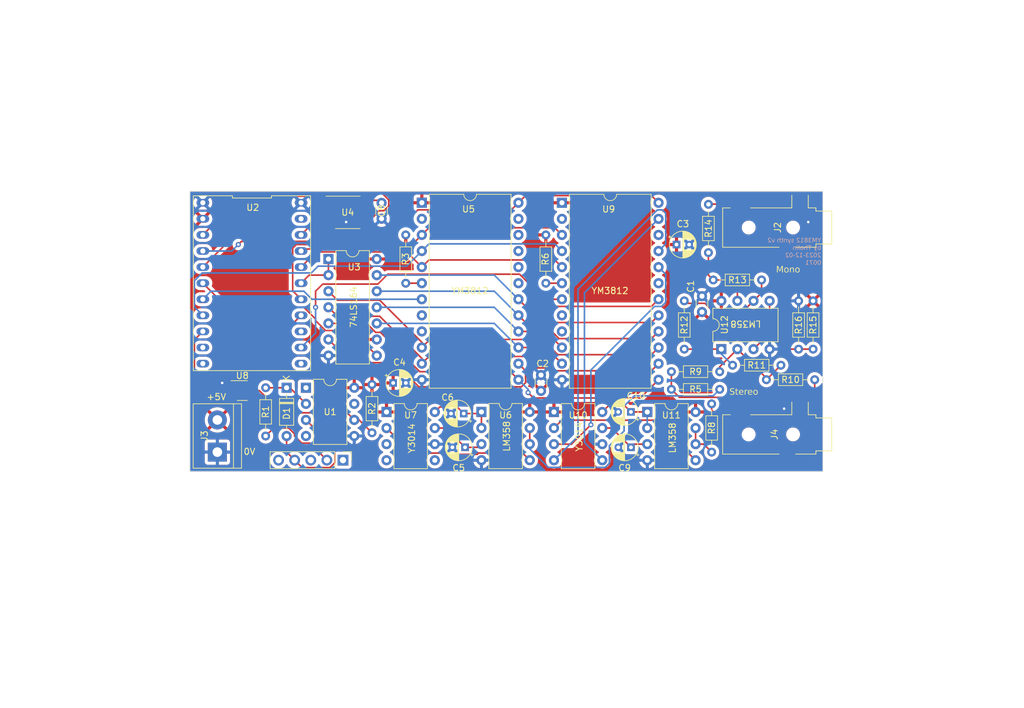
<source format=kicad_pcb>
(kicad_pcb (version 20221018) (generator pcbnew)
  (layers (0 "F.Cu" signal) (1 "In1.Cu" signal) (2 "In2.Cu" signal) (31 "B.Cu" signal) (34 "B.Paste" user) (35 "F.Paste" user) (36 "B.SilkS" user "B.Silkscreen") (37 "F.SilkS" user "F.Silkscreen") (38 "B.Mask" user) (39 "F.Mask" user) (44 "Edge.Cuts" user))
  (net 0 "")
  (net 1 "+5V")
  (net 2 "GND")
  (net 3 "Net-(U6A-+)")
  (net 4 "Net-(U6A--)")
  (net 5 "Net-(U6B--)")
  (net 6 "+3.3V")
  (net 7 "Net-(U10-RB)")
  (net 8 "Net-(U10-MP)")
  (net 9 "Net-(U11B--)")
  (net 10 "Net-(D1-K)")
  (net 11 "Net-(D1-A)")
  (net 13 "Net-(J1-Pad2)")
  (net 16 "Net-(J2-PadR)")
  (net 17 "S2")
  (net 18 "S1")
  (net 19 "Net-(U1-VO2)")
  (net 20 "Net-(U5-~{RD})")
  (net 21 "Net-(U9-~{RD})")
  (net 22 "Net-(U12A--)")
  (net 23 "Net-(R11-Pad1)")
  (net 24 "Net-(U12B--)")
  (net 25 "Net-(R13-Pad1)")
  (net 26 "Net-(U12A-+)")
  (net 30 "SCLK")
  (net 31 "SO")
  (net 32 "SI")
  (net 33 "Net-(U2-D2)")
  (net 34 "~{CS1}")
  (net 35 "A0")
  (net 36 "Net-(U2-D5)")
  (net 40 "~{CS2}")
  (net 42 "4MHz")
  (net 43 "Net-(U2-C0)")
  (net 44 "~{WR}")
  (net 45 "~{IC}")
  (net 46 "~{CS}")
  (net 48 "Q0")
  (net 49 "Q1")
  (net 50 "Q2")
  (net 51 "Q3")
  (net 52 "Q4")
  (net 53 "Q5")
  (net 54 "Q6")
  (net 55 "Q7")
  (net 60 "Net-(U5-SH)")
  (net 61 "Net-(U5-MO)")
  (net 63 "Net-(U5-φSY)")
  (net 64 "Net-(U6B-+)")
  (net 70 "Net-(U10-LD)")
  (net 71 "Net-(U10-SD)")
  (net 73 "Net-(U10-CLK)")
  (net 74 "Net-(U10-Out)")
  (footprint "Resistor_THT:R_Axial_DIN0204_L3.6mm_D1.6mm_P7.62mm_Horizontal" (layer "F.Cu") (at 197.358 98.552 -90)
    (fp_text reference "R15")
    (fp_text value "10K")
  )
  (footprint "Package_DIP:DIP-24_W15.24mm" (layer "F.Cu") (at 135.636 83.058)
    (fp_text reference "U5")
    (fp_text value "YM3812")
  )
  (footprint "Resistor_THT:R_Axial_DIN0204_L3.6mm_D1.6mm_P7.62mm_Horizontal" (layer "F.Cu") (at 181.61 95.25)
    (fp_text reference "R13")
    (fp_text value "100K")
  )
  (footprint "Resistor_THT:R_Axial_DIN0204_L3.6mm_D1.6mm_P7.62mm_Horizontal" (layer "F.Cu") (at 127.772 119.38 90)
    (fp_text reference "R2")
    (fp_text value "220")
  )
  (footprint "Package_DIP:DIP-8_W7.62mm" (layer "F.Cu") (at 145.039 116.083)
    (fp_text reference "U6")
    (fp_text value "LM358")
  )
  (footprint "Package_DIP:DIP-8_W7.62mm" (layer "F.Cu") (at 130.063 116.093)
    (fp_text reference "U7")
    (fp_text value "Y3014")
  )
  (footprint "Connector_Audio:Jack_3.5mm_CUI_SJ-3523-SMT_Horizontal" (layer "F.Cu") (at 191.698 86.978 -90)
    (fp_text reference "J2")
    (fp_text value "AudioJack3" hide)
  )
  (footprint "Capacitor_THT:C_Disc_D3.0mm_W1.6mm_P2.50mm" (layer "F.Cu") (at 154.437 112.761 90)
    (fp_text reference "C2")
    (fp_text value "100nF")
  )
  (footprint "Resistor_THT:R_Axial_DIN0204_L3.6mm_D1.6mm_P7.62mm_Horizontal" (layer "F.Cu") (at 189.992 110.998)
    (fp_text reference "R10")
    (fp_text value "100K")
  )
  (footprint "Capacitor_THT:CP_Radial_D4.0mm_P2.00mm" (layer "F.Cu") (at 168.629 121.671 180)
    (fp_text reference "C9")
    (fp_text value "10µF")
  )
  (footprint "Capacitor_THT:CP_Radial_D4.0mm_P2.00mm" (layer "F.Cu") (at 142.245 116.337 180)
    (fp_text reference "C6")
    (fp_text value "10µF")
  )
  (footprint "Diode_THT:D_DO-35_SOD27_P7.62mm_Horizontal" (layer "F.Cu") (at 114.3 112.268 -90)
    (fp_text reference "D1")
    (fp_text value "1N4148")
  )
  (footprint "Resistor_THT:R_Axial_DIN0204_L3.6mm_D1.6mm_P7.62mm_Horizontal" (layer "F.Cu") (at 110.998 119.888 90)
    (fp_text reference "R1")
    (fp_text value "220")
  )
  (footprint "Package_SO:SOP-8_3.9x4.9mm_P1.27mm" (layer "F.Cu") (at 123.952 84.582)
    (fp_text reference "U4")
    (fp_text value "MX25L1005")
  )
  (footprint "Capacitor_THT:CP_Radial_D4.0mm_P2.00mm" (layer "F.Cu") (at 175.811401 89.662)
    (fp_text reference "C3")
    (fp_text value "10µF")
  )
  (footprint "Resistor_THT:R_Axial_DIN0204_L3.6mm_D1.6mm_P7.62mm_Horizontal" (layer "F.Cu") (at 180.848 83.312 -90)
    (fp_text reference "R14")
    (fp_text value "1K")
  )
  (footprint "Package_TO_SOT_SMD:SOT-23-5" (layer "F.Cu") (at 107.3205 112.71)
    (fp_text reference "U8")
    (fp_text value "SN74LV1T34DCK" hide)
  )
  (footprint "Resistor_THT:R_Axial_DIN0204_L3.6mm_D1.6mm_P7.62mm_Horizontal" (layer "F.Cu") (at 133.101 95.763 90)
    (fp_text reference "R3")
    (fp_text value "220")
  )
  (footprint "Package_DIP:DIP-24_W15.24mm" (layer "F.Cu") (at 157.739 83.063)
    (fp_text reference "U9")
    (fp_text value "YM3812")
  )
  (footprint "Resistor_THT:R_Axial_DIN0204_L3.6mm_D1.6mm_P7.62mm_Horizontal" (layer "F.Cu") (at 155.199 95.763 90)
    (fp_text reference "R6")
    (fp_text value "220")
  )
  (footprint "Resistor_THT:R_Axial_DIN0204_L3.6mm_D1.6mm_P7.62mm_Horizontal" (layer "F.Cu") (at 175.006 112.522)
    (fp_text reference "R5")
    (fp_text value "1K")
  )
  (footprint "Resistor_THT:R_Axial_DIN0204_L3.6mm_D1.6mm_P7.62mm_Horizontal" (layer "F.Cu") (at 181.356 114.808 -90)
    (fp_text reference "R8")
    (fp_text value "1K")
  )
  (footprint "TholinsStuff:DIP-22_610_ELL" (layer "F.Cu") (at 108.836 95.758 -90)
    (fp_text reference "U2")
    (fp_text value "nanoCH32V003")
  )
  (footprint "Capacitor_THT:CP_Radial_D4.0mm_P2.00mm" (layer "F.Cu") (at 142.4556 121.671 180)
    (fp_text reference "C5")
    (fp_text value "10µF")
  )
  (footprint "Capacitor_THT:C_Disc_D3.0mm_W1.6mm_P2.50mm" (layer "F.Cu") (at 129.286 83.078 -90)
    (fp_text reference "C8")
    (fp_text value "100nF" hide)
  )
  (footprint "Resistor_THT:R_Axial_DIN0204_L3.6mm_D1.6mm_P7.62mm_Horizontal" (layer "F.Cu") (at 195.072 106.172 90)
    (fp_text reference "R16")
    (fp_text value "10K")
  )
  (footprint "Package_DIP:DIP-8_W7.62mm" (layer "F.Cu") (at 117.358 112.268)
    (fp_text reference "U1")
    (fp_text value "6N139")
  )
  (footprint "Connector_Audio:Jack_3.5mm_CUI_SJ-3523-SMT_Horizontal" (layer "F.Cu") (at 191.698 119.634 -90)
    (fp_text reference "J4")
    (fp_text value "AudioJack3" hide)
  )
  (footprint "Connector_PinHeader_2.54mm:PinHeader_1x05_P2.54mm_Vertical" (layer "F.Cu") (at 123.195 123.698 -90)
    (fp_text reference "J1" hide)
    (fp_text value "DIN-5" hide)
  )
  (footprint "Capacitor_THT:CP_Radial_D4.0mm_P2.00mm" (layer "F.Cu") (at 131.112401 111.511)
    (fp_text reference "C4")
    (fp_text value "10µF")
  )
  (footprint "Resistor_THT:R_Axial_DIN0204_L3.6mm_D1.6mm_P7.62mm_Horizontal" (layer "F.Cu") (at 182.626 109.728 180)
    (fp_text reference "R9")
    (fp_text value "100K")
  )
  (footprint "Resistor_THT:R_Axial_DIN0204_L3.6mm_D1.6mm_P7.62mm_Horizontal" (layer "F.Cu") (at 184.658 108.712)
    (fp_text reference "R11")
    (fp_text value "100K")
  )
  (footprint "Package_DIP:DIP-8_W7.62mm" (layer "F.Cu") (at 156.479 116.093)
    (fp_text reference "U10")
    (fp_text value "Y3014")
  )
  (footprint "Package_DIP:DIP-8_W7.62mm" (layer "F.Cu") (at 182.88 106.172 90)
    (fp_text reference "U12")
    (fp_text value "LM358")
  )
  (footprint "TerminalBlock:TerminalBlock_bornier-2_P5.08mm" (layer "F.Cu") (at 103.378 122.428 90)
    (fp_text reference "J3")
    (fp_text value "Screw_Terminal_01x02" hide)
  )
  (footprint "Resistor_THT:R_Axial_DIN0204_L3.6mm_D1.6mm_P7.62mm_Horizontal" (layer "F.Cu") (at 177.038 98.552 -90)
    (fp_text reference "R12")
    (fp_text value "100K")
  )
  (footprint "Package_DIP:DIP-14_W7.62mm" (layer "F.Cu") (at 120.904 91.948)
    (fp_text reference "U3")
    (fp_text value "74HCT164")
  )
  (footprint "Capacitor_THT:C_Disc_D3.0mm_W1.6mm_P2.50mm" (layer "F.Cu") (at 179.832 100.31 90)
    (fp_text reference "C1")
    (fp_text value "100nF")
  )
  (footprint "Capacitor_THT:CP_Radial_D4.0mm_P2.00mm" (layer "F.Cu") (at 168.617599 116.083 180)
    (fp_text reference "C10")
    (fp_text value "10µF")
  )
  (footprint "Package_DIP:DIP-8_W7.62mm" (layer "F.Cu") (at 171.201 116.093)
    (fp_text reference "U11")
    (fp_text value "LM358")
  )
  (gr_rect (start 99.06 81.28) (end 198.882 125.476) (stroke (width 0.1)) (fill none) (layer "Edge.Cuts"))
  (gr_text "YM3812 synth v2\nby Tholin\n2023-12-02\n0071" (at 198.628 92.964) (layer "B.SilkS") (effects (font (size 0.7 0.7)) (justify left bottom mirror)))
  (gr_text "Y3014" (at 134.625 122.687 90) (layer "F.SilkS") (effects (font (size 1 1)) (justify left bottom)))
  (gr_text "YM3812" (at 162.311 97.541) (layer "F.SilkS") (effects (font (size 1 1)) (justify left bottom)))
  (gr_text "LM358" (at 175.763 122.687 90) (layer "F.SilkS") (effects (font (size 1 1)) (justify left bottom)))
  (gr_text "Mono" (at 191.516 94.234) (layer "F.SilkS") (effects (font (size 1 1) (thickness 0.25)) (justify left bottom)))
  (gr_text "YM3812" (at 140.213 97.541) (layer "F.SilkS") (effects (font (size 1 1)) (justify left bottom)))
  (gr_text "LM358" (at 149.611 122.433 90) (layer "F.SilkS") (effects (font (size 1 1)) (justify left bottom)))
  (gr_text "0V" (at 107.442 122.936) (layer "F.SilkS") (effects (font (size 1 1)) (justify left bottom)))
  (gr_text "Y3014" (at 161.041 122.433 90) (layer "F.SilkS") (effects (font (size 1 1)) (justify left bottom)))
  (gr_text "Stereo" (at 184.15 113.538) (layer "F.SilkS") (effects (font (size 1 1) (thickness 0.25)) (justify left bottom)))
  (gr_text "+5V" (at 101.6 114.3) (layer "F.SilkS") (effects (font (size 1 1)) (justify left bottom)))
  (gr_text "LM358" (at 189.23 101.6 180) (layer "F.SilkS") (effects (font (size 1 1)) (justify left bottom)))
  (gr_text "74LS164" (at 125.466 102.875 90) (layer "F.SilkS") (effects (font (size 1 1)) (justify left bottom)))
  (segment (start 195.298 83.278) (end 195.298 84.808) (width 0.25) (layer "F.Cu") (net 2))
  (segment (start 195.298 115.934) (end 193.15 115.934) (width 0.25) (layer "F.Cu") (net 2))
  (segment (start 121.327 86.487) (end 123.317 86.487) (width 0.25) (layer "F.Cu") (net 2))
  (segment (start 106.183 113.66) (end 105.520501 113.66) (width 0.25) (layer "F.Cu") (net 2))
  (segment (start 195.298 84.808) (end 196.596 86.106) (width 0.25) (layer "F.Cu") (net 2))
  (segment (start 123.317 86.487) (end 123.698 86.106) (width 0.25) (layer "F.Cu") (net 2))
  (segment (start 193.15 115.934) (end 192.786 115.57) (width 0.25) (layer "F.Cu") (net 2))
  (segment (start 104.14 112.279499) (end 104.14 111.506) (width 0.25) (layer "F.Cu") (net 2))
  (segment (start 105.520501 113.66) (end 104.14 112.279499) (width 0.25) (layer "F.Cu") (net 2))
  (via (at 104.14 111.506) (size 0.8) (drill 0.4) (layers "F.Cu" "B.Cu") (net 2))
  (via (at 123.698 86.106) (size 0.8) (drill 0.4) (layers "F.Cu" "B.Cu") (net 2))
  (via (at 192.786 115.57) (size 0.8) (drill 0.4) (layers "F.Cu" "B.Cu") (net 2))
  (via (at 196.596 86.106) (size 0.8) (drill 0.4) (layers "F.Cu" "B.Cu") (net 2))
  (segment (start 142.4556 121.671) (end 144.531 121.671) (width 0.25) (layer "F.Cu") (net 3))
  (segment (start 144.531 121.671) (end 145.039 121.163) (width 0.25) (layer "F.Cu") (net 3))
  (segment (start 139.4176 118.633) (end 142.4556 121.671) (width 0.25) (layer "F.Cu") (net 3))
  (segment (start 137.683 118.633) (end 139.4176 118.633) (width 0.25) (layer "F.Cu") (net 3))
  (segment (start 141.201001 115.293001) (end 142.245 116.337) (width 0.25) (layer "F.Cu") (net 4))
  (segment (start 137.683 116.093) (end 138.482999 115.293001) (width 0.25) (layer "F.Cu") (net 4))
  (segment (start 138.482999 115.293001) (end 141.201001 115.293001) (width 0.25) (layer "F.Cu") (net 4))
  (segment (start 142.245 116.337) (end 144.785 116.337) (width 0.25) (layer "F.Cu") (net 4))
  (segment (start 144.785 116.337) (end 145.039 116.083) (width 0.25) (layer "F.Cu") (net 4))
  (segment (start 145.039 116.083) (end 145.039 118.623) (width 0.25) (layer "F.Cu") (net 4))
  (segment (start 152.659 118.623) (end 152.659 121.163) (width 0.25) (layer "F.Cu") (net 5))
  (segment (start 169.154999 113.547) (end 167.542599 115.1594) (width 0.25) (layer "B.Cu") (net 5))
  (segment (start 167.542599 119.093401) (end 165.224 121.412) (width 0.25) (layer "B.Cu") (net 5))
  (segment (start 152.659 121.925) (end 152.659 121.163) (width 0.25) (layer "B.Cu") (net 5))
  (segment (start 167.542599 115.1594) (end 167.542599 119.093401) (width 0.25) (layer "B.Cu") (net 5))
  (segment (start 165.224 124.178991) (end 164.564991 124.838) (width 0.25) (layer "B.Cu") (net 5))
  (segment (start 181.601 113.547) (end 169.154999 113.547) (width 0.25) (layer "B.Cu") (net 5))
  (segment (start 182.626 112.522) (end 181.601 113.547) (width 0.25) (layer "B.Cu") (net 5))
  (segment (start 164.564991 124.838) (end 155.572 124.838) (width 0.25) (layer "B.Cu") (net 5))
  (segment (start 155.572 124.838) (end 152.659 121.925) (width 0.25) (layer "B.Cu") (net 5))
  (segment (start 165.224 121.412) (end 165.224 124.178991) (width 0.25) (layer "B.Cu") (net 5))
  (segment (start 126.577 82.677) (end 126.577 83.947) (width 0.25) (layer "F.Cu") (net 6))
  (segment (start 123.421999 83.947) (end 126.577 83.947) (width 0.25) (layer "F.Cu") (net 6))
  (segment (start 108.458 108.966) (end 116.586 100.838) (width 0.25) (layer "F.Cu") (net 6))
  (segment (start 121.327 85.217) (end 122.151999 85.217) (width 0.25) (layer "F.Cu") (net 6))
  (segment (start 126.577 82.677) (end 128.885 82.677) (width 0.25) (layer "F.Cu") (net 6))
  (segment (start 128.885 82.677) (end 129.286 83.078) (width 0.25) (layer "F.Cu") (net 6))
  (segment (start 122.151999 85.217) (end 123.421999 83.947) (width 0.25) (layer "F.Cu") (net 6))
  (segment (start 108.458 111.76) (end 108.458 108.966) (width 0.25) (layer "F.Cu") (net 6))
  (segment (start 169.127 121.173) (end 168.629 121.671) (width 0.25) (layer "F.Cu") (net 7))
  (segment (start 165.591 118.633) (end 168.629 121.671) (width 0.25) (layer "F.Cu") (net 7))
  (segment (start 164.099 118.633) (end 165.591 118.633) (width 0.25) (layer "F.Cu") (net 7))
  (segment (start 171.201 121.173) (end 169.127 121.173) (width 0.25) (layer "F.Cu") (net 7))
  (segment (start 168.617599 116.083) (end 171.191 116.083) (width 0.25) (layer "F.Cu") (net 8))
  (segment (start 167.692599 115.158) (end 168.617599 116.083) (width 0.25) (layer "F.Cu") (net 8))
  (segment (start 164.099 116.093) (end 165.034 115.158) (width 0.25) (layer "F.Cu") (net 8))
  (segment (start 165.034 115.158) (end 167.692599 115.158) (width 0.25) (layer "F.Cu") (net 8))
  (segment (start 171.191 116.083) (end 171.201 116.093) (width 0.25) (layer "F.Cu") (net 8))
  (segment (start 171.201 116.093) (end 171.201 118.633) (width 0.25) (layer "B.Cu") (net 8))
  (segment (start 178.821 118.633) (end 178.821 121.173) (width 0.25) (layer "F.Cu") (net 9))
  (segment (start 180.101 121.173) (end 181.356 122.428) (width 0.25) (layer "F.Cu") (net 9))
  (segment (start 178.821 121.173) (end 180.101 121.173) (width 0.25) (layer "F.Cu") (net 9))
  (segment (start 110.998 112.268) (end 114.3 112.268) (width 0.25) (layer "F.Cu") (net 10))
  (segment (start 114.3 112.268) (end 114.818 112.268) (width 0.25) (layer "F.Cu") (net 10))
  (segment (start 114.818 112.268) (end 117.358 114.808) (width 0.25) (layer "F.Cu") (net 10))
  (segment (start 121.141701 124.873) (end 121.92 124.094701) (width 0.25) (layer "F.Cu") (net 11))
  (segment (start 121.92 121.91) (end 117.358 117.348) (width 0.25) (layer "F.Cu") (net 11))
  (segment (start 114.3 122.423) (end 115.575 123.698) (width 0.25) (layer "F.Cu") (net 11))
  (segment (start 116.75 124.873) (end 121.141701 124.873) (width 0.25) (layer "F.Cu") (net 11))
  (segment (start 115.575 123.698) (end 116.75 124.873) (width 0.25) (layer "F.Cu") (net 11))
  (segment (start 121.92 124.094701) (end 121.92 121.91) (width 0.25) (layer "F.Cu") (net 11))
  (segment (start 114.3 119.888) (end 114.3 122.423) (width 0.25) (layer "F.Cu") (net 11))
  (segment (start 117.97 121.013) (end 116.695 121.013) (width 0.25) (layer "F.Cu") (net 13))
  (segment (start 112.268 118.618) (end 110.998 119.888) (width 0.25) (layer "F.Cu") (net 13))
  (segment (start 115.57 119.888) (end 115.57 119.567009) (width 0.25) (layer "F.Cu") (net 13))
  (segment (start 116.695 121.013) (end 115.57 119.888) (width 0.25) (layer "F.Cu") (net 13))
  (segment (start 115.57 119.567009) (end 114.620991 118.618) (width 0.25) (layer "F.Cu") (net 13))
  (segment (start 114.620991 118.618) (end 112.268 118.618) (width 0.25) (layer "F.Cu") (net 13))
  (segment (start 120.655 123.698) (end 117.97 121.013) (width 0.25) (layer "F.Cu") (net 13))
  (segment (start 180.882 83.278) (end 180.848 83.312) (width 0.25) (layer "F.Cu") (net 16))
  (segment (start 185.898 83.278) (end 180.882 83.278) (width 0.25) (layer "F.Cu") (net 16))
  (segment (start 185.898 83.278) (end 193.298 90.678) (width 0.25) (layer "F.Cu") (net 16))
  (segment (start 188.892051 123.334) (end 193.298 123.334) (width 0.25) (layer "F.Cu") (net 17))
  (segment (start 197.612 119.02) (end 193.298 123.334) (width 0.25) (layer "F.Cu") (net 17))
  (segment (start 181.356 114.808) (end 181.356 115.797949) (width 0.25) (layer "F.Cu") (net 17))
  (segment (start 197.612 110.998) (end 197.612 119.02) (width 0.25) (layer "F.Cu") (net 17))
  (segment (start 181.356 115.797949) (end 188.892051 123.334) (width 0.25) (layer "F.Cu") (net 17))
  (segment (start 175.006 109.728) (end 175.006 112.522) (width 0.25) (layer "F.Cu") (net 18))
  (segment (start 176.267 113.783) (end 175.006 112.522) (width 0.25) (layer "F.Cu") (net 18))
  (segment (start 185.898 115.934) (end 183.747 113.783) (width 0.25) (layer "F.Cu") (net 18))
  (segment (start 183.747 113.783) (end 176.267 113.783) (width 0.25) (layer "F.Cu") (net 18))
  (segment (start 125.74 117.348) (end 124.978 117.348) (width 0.25) (layer "F.Cu") (net 19))
  (segment (start 113.503431 116.223) (end 123.853 116.223) (width 0.25) (layer "F.Cu") (net 19))
  (segment (start 127.772 119.38) (end 125.74 117.348) (width 0.25) (layer "F.Cu") (net 19))
  (segment (start 106.183 112.71) (end 109.990431 112.71) (width 0.25) (layer "F.Cu") (net 19))
  (segment (start 123.853 116.223) (end 124.978 117.348) (width 0.25) (layer "F.Cu") (net 19))
  (segment (start 109.990431 112.71) (end 113.503431 116.223) (width 0.25) (layer "F.Cu") (net 19))
  (segment (start 135.631 95.763) (end 135.636 95.758) (width 0.25) (layer "F.Cu") (net 20))
  (segment (start 133.101 95.763) (end 135.631 95.763) (width 0.25) (layer "F.Cu") (net 20))
  (segment (start 155.199 95.763) (end 157.739 95.763) (width 0.25) (layer "F.Cu") (net 21))
  (segment (start 189.992 110.744) (end 189.992 110.998) (width 0.25) (layer "F.Cu") (net 22))
  (segment (start 189.992 110.998) (end 192.278 108.712) (width 0.25) (layer "F.Cu") (net 22))
  (segment (start 182.626 109.728) (end 182.626 108.966) (width 0.25) (layer "F.Cu") (net 22))
  (segment (start 182.626 108.966) (end 185.42 106.172) (width 0.25) (layer "F.Cu") (net 22))
  (segment (start 185.42 106.172) (end 189.992 110.744) (width 0.25) (layer "F.Cu") (net 22))
  (segment (start 177.038 106.172) (end 182.88 106.172) (width 0.25) (layer "F.Cu") (net 23))
  (segment (start 182.88 106.934) (end 184.658 108.712) (width 0.25) (layer "B.Cu") (net 23))
  (segment (start 182.88 106.172) (end 182.88 106.934) (width 0.25) (layer "B.Cu") (net 23))
  (segment (start 189.23 95.25) (end 189.23 97.282) (width 0.25) (layer "F.Cu") (net 24))
  (segment (start 182.200991 100.838) (end 185.674 100.838) (width 0.25) (layer "F.Cu") (net 24))
  (segment (start 185.674 100.838) (end 187.96 98.552) (width 0.25) (layer "F.Cu") (net 24))
  (segment (start 189.23 97.282) (end 187.96 98.552) (width 0.25) (layer "F.Cu") (net 24))
  (segment (start 180.297991 98.935) (end 182.200991 100.838) (width 0.25) (layer "F.Cu") (net 24))
  (segment (start 177.421 98.935) (end 180.297991 98.935) (width 0.25) (layer "F.Cu") (net 24))
  (segment (start 177.038 98.552) (end 177.421 98.935) (width 0.25) (layer "F.Cu") (net 24))
  (segment (start 180.848 90.932) (end 180.848 94.488) (width 0.25) (layer "F.Cu") (net 25))
  (segment (start 183.642 95.25) (end 185.42 97.028) (width 0.25) (layer "F.Cu") (net 25))
  (segment (start 180.848 94.488) (end 181.61 95.25) (width 0.25) (layer "F.Cu") (net 25))
  (segment (start 185.42 97.028) (end 185.42 98.552) (width 0.25) (layer "F.Cu") (net 25))
  (segment (start 181.61 95.25) (end 183.642 95.25) (width 0.25) (layer "F.Cu") (net 25))
  (segment (start 190.5 98.552) (end 190.5 103.632) (width 0.25) (layer "F.Cu") (net 26))
  (segment (start 193.04 106.172) (end 190.5 103.632) (width 0.25) (layer "F.Cu") (net 26))
  (segment (start 190.5 103.632) (end 187.96 106.172) (width 0.25) (layer "F.Cu") (net 26))
  (segment (start 197.358 106.172) (end 195.072 106.172) (width 0.25) (layer "F.Cu") (net 26))
  (segment (start 195.072 106.172) (end 193.04 106.172) (width 0.25) (layer "F.Cu") (net 26))
  (segment (start 126.577 85.217) (end 128.056009 85.217) (width 0.25) (layer "F.Cu") (net 30))
  (segment (start 128.945009 84.328) (end 129.626991 84.328) (width 0.25) (layer "F.Cu") (net 30))
  (segment (start 107.69 81.534) (end 101.086 88.138) (width 0.25) (layer "F.Cu") (net 30))
  (segment (start 129.332991 81.534) (end 107.69 81.534) (width 0.25) (layer "F.Cu") (net 30))
  (segment (start 130.411 82.612009) (end 129.332991 81.534) (width 0.25) (layer "F.Cu") (net 30))
  (segment (start 129.626991 84.328) (end 130.411 83.543991) (width 0.25) (layer "F.Cu") (net 30))
  (segment (start 130.411 83.543991) (end 130.411 82.612009) (width 0.25) (layer "F.Cu") (net 30))
  (segment (start 128.056009 85.217) (end 128.945009 84.328) (width 0.25) (layer "F.Cu") (net 30))
  (segment (start 107.188 89.154) (end 106.68 89.662) (width 0.25) (layer "F.Cu") (net 31))
  (segment (start 123.91 89.154) (end 107.188 89.154) (width 0.25) (layer "F.Cu") (net 31))
  (segment (start 126.577 86.487) (end 123.91 89.154) (width 0.25) (layer "F.Cu") (net 31))
  (via (at 106.68 89.662) (size 0.8) (drill 0.4) (layers "F.Cu" "B.Cu") (net 31))
  (segment (start 106.68 89.662) (end 105.664 90.678) (width 0.25) (layer "B.Cu") (net 31))
  (segment (start 105.664 90.678) (end 101.086 90.678) (width 0.25) (layer "B.Cu") (net 31))
  (segment (start 122.936 83.162999) (end 122.936 82.785092) (width 0.25) (layer "F.Cu") (net 32))
  (segment (start 112.262 82.042) (end 101.086 93.218) (width 0.25) (layer "F.Cu") (net 32))
  (segment (start 122.192908 82.042) (end 112.262 82.042) (width 0.25) (layer "F.Cu") (net 32))
  (segment (start 122.936 82.785092) (end 122.192908 82.042) (width 0.25) (layer "F.Cu") (net 32))
  (segment (start 122.151999 83.947) (end 122.936 83.162999) (width 0.25) (layer "F.Cu") (net 32))
  (segment (start 121.327 83.947) (end 122.151999 83.947) (width 0.25) (layer "F.Cu") (net 32))
  (segment (start 117.024148 99.568) (end 104.896 99.568) (width 0.25) (layer "F.Cu") (net 33))
  (segment (start 118.872 101.415852) (end 117.024148 99.568) (width 0.25) (layer "F.Cu") (net 33))
  (segment (start 124.569 103.233) (end 120.438009 103.233) (width 0.25) (layer "F.Cu") (net 33))
  (segment (start 118.872 101.666991) (end 118.872 101.415852) (width 0.25) (layer "F.Cu") (net 33))
  (segment (start 120.438009 103.233) (end 118.872 101.666991) (width 0.25) (layer "F.Cu") (net 33))
  (segment (start 104.896 99.568) (end 101.086 95.758) (width 0.25) (layer "F.Cu") (net 33))
  (segment (start 128.524 107.188) (end 124.569 103.233) (width 0.25) (layer "F.Cu") (net 33))
  (segment (start 118.294148 98.298) (end 117.024148 97.028) (width 0.25) (layer "B.Cu") (net 34))
  (segment (start 135.636 98.298) (end 118.294148 98.298) (width 0.25) (layer "B.Cu") (net 34))
  (segment (start 117.024148 97.028) (end 102.356 97.028) (width 0.25) (layer "B.Cu") (net 34))
  (segment (start 102.356 97.028) (end 101.086 98.298) (width 0.25) (layer "B.Cu") (net 34))
  (segment (start 100.992852 94.143) (end 118.201 94.143) (width 0.25) (layer "B.Cu") (net 35))
  (segment (start 118.201 94.143) (end 119.271 93.073) (width 0.25) (layer "B.Cu") (net 35))
  (segment (start 101.086 100.838) (end 99.761 99.513) (width 0.25) (layer "B.Cu") (net 35))
  (segment (start 99.761 95.374852) (end 100.992852 94.143) (width 0.25) (layer "B.Cu") (net 35))
  (segment (start 135.636 90.678) (end 136.761 89.553) (width 0.25) (layer "B.Cu") (net 35))
  (segment (start 136.761 89.553) (end 156.609 89.553) (width 0.25) (layer "B.Cu") (net 35))
  (segment (start 119.271 93.073) (end 133.241 93.073) (width 0.25) (layer "B.Cu") (net 35))
  (segment (start 99.761 99.513) (end 99.761 95.374852) (width 0.25) (layer "B.Cu") (net 35))
  (segment (start 156.609 89.553) (end 157.739 90.683) (width 0.25) (layer "B.Cu") (net 35))
  (segment (start 133.241 93.073) (end 135.636 90.678) (width 0.25) (layer "B.Cu") (net 35))
  (segment (start 99.761 104.703) (end 101.086 103.378) (width 0.25) (layer "F.Cu") (net 36))
  (segment (start 99.761 109.413) (end 99.761 104.703) (width 0.25) (layer "F.Cu") (net 36))
  (segment (start 104.633 114.285) (end 99.761 109.413) (width 0.25) (layer "F.Cu") (net 36))
  (segment (start 108.458 113.66) (end 107.833 114.285) (width 0.25) (layer "F.Cu") (net 36))
  (segment (start 107.833 114.285) (end 104.633 114.285) (width 0.25) (layer "F.Cu") (net 36))
  (segment (start 157.739 98.303) (end 155.011991 98.303) (width 0.25) (layer "F.Cu") (net 40))
  (segment (start 128.699991 95.903) (end 119.997 95.903) (width 0.25) (layer "F.Cu") (net 40))
  (segment (start 118.872 97.028) (end 118.872 99.568) (width 0.25) (layer "F.Cu") (net 40))
  (segment (start 130.259991 94.343) (end 128.699991 95.903) (width 0.25) (layer "F.Cu") (net 40))
  (segment (start 119.997 95.903) (end 118.872 97.028) (width 0.25) (layer "F.Cu") (net 40))
  (segment (start 155.011991 98.303) (end 151.051991 94.343) (width 0.25) (layer "F.Cu") (net 40))
  (segment (start 151.051991 94.343) (end 130.259991 94.343) (width 0.25) (layer "F.Cu") (net 40))
  (via (at 118.872 99.568) (size 0.8) (drill 0.4) (layers "F.Cu" "B.Cu") (net 40))
  (segment (start 118.872 103.632) (end 116.586 105.918) (width 0.25) (layer "B.Cu") (net 40))
  (segment (start 118.872 99.568) (end 118.872 103.632) (width 0.25) (layer "B.Cu") (net 40))
  (segment (start 171.854 81.938) (end 172.979 83.063) (width 0.25) (layer "F.Cu") (net 42))
  (segment (start 116.586 98.298) (end 115.261 96.973) (width 0.25) (layer "F.Cu") (net 42))
  (segment (start 129.54 89.662) (end 135.019 84.183) (width 0.25) (layer "F.Cu") (net 42))
  (segment (start 115.261 96.973) (end 115.261 90.225) (width 0.25) (layer "F.Cu") (net 42))
  (segment (start 115.261 90.225) (end 115.824 89.662) (width 0.25) (layer "F.Cu") (net 42))
  (segment (start 150.876 83.058) (end 151.996 81.938) (width 0.25) (layer "F.Cu") (net 42))
  (segment (start 149.751 84.183) (end 150.876 83.058) (width 0.25) (layer "F.Cu") (net 42))
  (segment (start 115.824 89.662) (end 129.54 89.662) (width 0.25) (layer "F.Cu") (net 42))
  (segment (start 135.019 84.183) (end 149.751 84.183) (width 0.25) (layer "F.Cu") (net 42))
  (segment (start 151.996 81.938) (end 171.854 81.938) (width 0.25) (layer "F.Cu") (net 42))
  (segment (start 120.904 94.488) (end 117.856 94.488) (width 0.25) (layer "F.Cu") (net 43))
  (segment (start 120.904 91.948) (end 120.904 94.488) (width 0.25) (layer "F.Cu") (net 43))
  (segment (start 117.856 94.488) (end 116.586 95.758) (width 0.25) (layer "F.Cu") (net 43))
  (segment (start 116.586 93.218) (end 118.981 90.823) (width 0.25) (layer "F.Cu") (net 44))
  (segment (start 133.241 90.823) (end 135.636 93.218) (width 0.25) (layer "F.Cu") (net 44))
  (segment (start 118.981 90.823) (end 133.241 90.823) (width 0.25) (layer "F.Cu") (net 44))
  (segment (start 135.636 93.218) (end 136.761 92.093) (width 0.25) (layer "F.Cu") (net 44))
  (segment (start 136.761 92.093) (end 156.609 92.093) (width 0.25) (layer "F.Cu") (net 44))
  (segment (start 156.609 92.093) (end 157.739 93.223) (width 0.25) (layer "F.Cu") (net 44))
  (segment (start 133.401 90.373) (end 135.636 88.138) (width 0.25) (layer "F.Cu") (net 45))
  (segment (start 116.891 90.373) (end 133.401 90.373) (width 0.25) (layer "F.Cu") (net 45))
  (segment (start 135.636 88.138) (end 136.761 87.013) (width 0.25) (layer "F.Cu") (net 45))
  (segment (start 136.761 87.013) (end 156.609 87.013) (width 0.25) (layer "F.Cu") (net 45))
  (segment (start 156.609 87.013) (end 157.739 88.143) (width 0.25) (layer "F.Cu") (net 45))
  (segment (start 116.586 90.678) (end 116.891 90.373) (width 0.25) (layer "F.Cu") (net 45))
  (segment (start 121.096092 82.677) (end 121.327 82.677) (width 0.25) (layer "F.Cu") (net 46))
  (segment (start 120.177 84.547) (end 120.177 83.596092) (width 0.25) (layer "F.Cu") (net 46))
  (segment (start 120.177 83.596092) (end 121.096092 82.677) (width 0.25) (layer "F.Cu") (net 46))
  (segment (start 116.586 88.138) (end 120.177 84.547) (width 0.25) (layer "F.Cu") (net 46))
  (segment (start 157.739 105.923) (end 156.464 104.648) (width 0.25) (layer "F.Cu") (net 48))
  (segment (start 156.464 104.648) (end 136.906 104.648) (width 0.25) (layer "F.Cu") (net 48))
  (segment (start 136.906 104.648) (end 135.636 105.918) (width 0.25) (layer "F.Cu") (net 48))
  (segment (start 135.636 105.089009) (end 135.636 105.918) (width 0.25) (layer "F.Cu") (net 48))
  (segment (start 128.989991 98.443) (end 135.636 105.089009) (width 0.25) (layer "F.Cu") (net 48))
  (segment (start 122.319 98.443) (end 128.989991 98.443) (width 0.25) (layer "F.Cu") (net 48))
  (segment (start 120.904 97.028) (end 122.319 98.443) (width 0.25) (layer "F.Cu") (net 48))
  (segment (start 128.989991 100.983) (end 135.636 107.629009) (width 0.25) (layer "F.Cu") (net 49))
  (segment (start 156.609 107.333) (end 136.761 107.333) (width 0.25) (layer "F.Cu") (net 49))
  (segment (start 120.904 99.568) (end 122.319 100.983) (width 0.25) (layer "F.Cu") (net 49))
  (segment (start 122.319 100.983) (end 128.989991 100.983) (width 0.25) (layer "F.Cu") (net 49))
  (segment (start 135.636 107.629009) (end 135.636 108.458) (width 0.25) (layer "F.Cu") (net 49))
  (segment (start 157.739 108.463) (end 156.609 107.333) (width 0.25) (layer "F.Cu") (net 49))
  (segment (start 136.761 107.333) (end 135.636 108.458) (width 0.25) (layer "F.Cu") (net 49))
  (segment (start 135.315009 109.728) (end 149.606 109.728) (width 0.25) (layer "F.Cu") (net 50))
  (segment (start 126.933009 102.108) (end 128.348009 103.523) (width 0.25) (layer "F.Cu") (net 50))
  (segment (start 149.606 109.728) (end 150.876 110.998) (width 0.25) (layer "F.Cu") (net 50))
  (segment (start 129.110009 103.523) (end 135.315009 109.728) (width 0.25) (layer "F.Cu") (net 50))
  (segment (start 153.256 113.886) (end 170.096 113.886) (width 0.25) (layer "F.Cu") (net 50))
  (segment (start 170.096 113.886) (end 172.979 111.003) (width 0.25) (layer "F.Cu") (net 50))
  (segment (start 128.348009 103.523) (end 129.110009 103.523) (width 0.25) (layer "F.Cu") (net 50))
  (segment (start 120.904 102.108) (end 126.933009 102.108) (width 0.25) (layer "F.Cu") (net 50))
  (segment (start 152.4 113.03) (end 153.256 113.886) (width 0.25) (layer "F.Cu") (net 50))
  (via (at 152.4 113.03) (size 0.8) (drill 0.4) (layers "F.Cu" "B.Cu") (net 50))
  (segment (start 150.876 110.998) (end 152.4 112.522) (width 0.25) (layer "B.Cu") (net 50))
  (segment (start 152.4 112.522) (end 152.4 113.03) (width 0.25) (layer "B.Cu") (net 50))
  (segment (start 152.001 111.463991) (end 152.001 109.583) (width 0.25) (layer "F.Cu") (net 51))
  (segment (start 156.578 109.588) (end 156.126 109.136) (width 0.25) (layer "F.Cu") (net 51))
  (segment (start 172.979 108.463) (end 171.854 109.588) (width 0.25) (layer "F.Cu") (net 51))
  (segment (start 156.126 109.136) (end 152.448 109.136) (width 0.25) (layer "F.Cu") (net 51))
  (segment (start 152.448 109.136) (end 152.001 109.583) (width 0.25) (layer "F.Cu") (net 51))
  (segment (start 151.341991 112.123) (end 152.001 111.463991) (width 0.25) (layer "F.Cu") (net 51))
  (segment (start 152.001 109.583) (end 150.876 108.458) (width 0.25) (layer "F.Cu") (net 51))
  (segment (start 171.854 109.588) (end 156.578 109.588) (width 0.25) (layer "F.Cu") (net 51))
  (segment (start 135.170009 112.123) (end 151.341991 112.123) (width 0.25) (layer "F.Cu") (net 51))
  (segment (start 120.904 104.648) (end 124.569 108.313) (width 0.25) (layer "F.Cu") (net 51))
  (segment (start 131.360009 108.313) (end 135.170009 112.123) (width 0.25) (layer "F.Cu") (net 51))
  (segment (start 124.569 108.313) (end 131.360009 108.313) (width 0.25) (layer "F.Cu") (net 51))
  (segment (start 171.854 107.048) (end 157.086 107.048) (width 0.25) (layer "F.Cu") (net 52))
  (segment (start 155.956 105.918) (end 150.876 105.918) (width 0.25) (layer "F.Cu") (net 52))
  (segment (start 157.086 107.048) (end 155.956 105.918) (width 0.25) (layer "F.Cu") (net 52))
  (segment (start 172.979 105.923) (end 171.854 107.048) (width 0.25) (layer "F.Cu") (net 52))
  (segment (start 147.066 102.108) (end 150.876 105.918) (width 0.25) (layer "B.Cu") (net 52))
  (segment (start 128.524 102.108) (end 147.066 102.108) (width 0.25) (layer "B.Cu") (net 52))
  (segment (start 171.854 104.508) (end 157.273009 104.508) (width 0.25) (layer "F.Cu") (net 53))
  (segment (start 156.143009 103.378) (end 150.876 103.378) (width 0.25) (layer "F.Cu") (net 53))
  (segment (start 172.979 103.383) (end 171.854 104.508) (width 0.25) (layer "F.Cu") (net 53))
  (segment (start 157.273009 104.508) (end 156.143009 103.378) (width 0.25) (layer "F.Cu") (net 53))
  (segment (start 128.524 99.568) (end 147.066 99.568) (width 0.25) (layer "B.Cu") (net 53))
  (segment (start 147.066 99.568) (end 150.876 103.378) (width 0.25) (layer "B.Cu") (net 53))
  (segment (start 152.006 101.968) (end 150.876 100.838) (width 0.25) (layer "F.Cu") (net 54))
  (segment (start 171.854 101.968) (end 152.006 101.968) (width 0.25) (layer "F.Cu") (net 54))
  (segment (start 172.979 100.843) (end 171.854 101.968) (width 0.25) (layer "F.Cu") (net 54))
  (segment (start 147.066 97.028) (end 150.876 100.838) (width 0.25) (layer "B.Cu") (net 54))
  (segment (start 128.524 97.028) (end 147.066 97.028) (width 0.25) (layer "B.Cu") (net 54))
  (segment (start 152.006 99.428) (end 150.876 98.298) (width 0.25) (layer "F.Cu") (net 55))
  (segment (start 172.979 98.303) (end 171.854 99.428) (width 0.25) (layer "F.Cu") (net 55))
  (segment (start 171.854 99.428) (end 152.006 99.428) (width 0.25) (layer "F.Cu") (net 55))
  (segment (start 147.066 94.488) (end 150.876 98.298) (width 0.25) (layer "B.Cu") (net 55))
  (segment (start 128.524 94.488) (end 147.066 94.488) (width 0.25) (layer "B.Cu") (net 55))
  (segment (start 134.018 122.588) (end 139.86 122.588) (width 0.25) (layer "F.Cu") (net 64))
  (segment (start 140.052504 122.780504) (end 144.370505 122.780504) (width 0.25) (layer "F.Cu") (net 64))
  (segment (start 144.370505 122.780504) (end 144.573009 122.578) (width 0.25) (layer "F.Cu") (net 64))
  (segment (start 139.86 122.588) (end 140.052504 122.780504) (width 0.25) (layer "F.Cu") (net 64))
  (segment (start 144.573009 122.578) (end 151.534 122.578) (width 0.25) (layer "F.Cu") (net 64))
  (segment (start 130.063 118.633) (end 134.018 122.588) (width 0.25) (layer "F.Cu") (net 64))
  (segment (start 151.534 122.578) (end 152.659 123.703) (width 0.25) (layer "F.Cu") (net 64))
  (segment (start 162.306 118.11) (end 159.243 121.173) (width 0.25) (layer "F.Cu") (net 70))
  (segment (start 159.243 121.173) (end 156.479 121.173) (width 0.25) (layer "F.Cu") (net 70))
  (via (at 162.306 118.11) (size 0.8) (drill 0.4) (layers "F.Cu" "B.Cu") (net 70))
  (segment (start 172.979 93.223) (end 174.104 94.348) (width 0.25) (layer "B.Cu") (net 70))
  (segment (start 173.444991 99.428) (end 172.352 99.428) (width 0.25) (layer "B.Cu") (net 70))
  (segment (start 174.104 98.768991) (end 173.444991 99.428) (width 0.25) (layer "B.Cu") (net 70))
  (segment (start 172.352 99.428) (end 162.306 109.474) (width 0.25) (layer "B.Cu") (net 70))
  (segment (start 162.306 109.474) (end 162.306 118.11) (width 0.25) (layer "B.Cu") (net 70))
  (segment (start 174.104 94.348) (end 174.104 98.768991) (width 0.25) (layer "B.Cu") (net 70))
  (segment (start 173.596 84.188) (end 172.803009 84.188) (width 0.25) (layer "B.Cu") (net 71))
  (segment (start 172.803009 84.188) (end 160.274 96.717009) (width 0.25) (layer "B.Cu") (net 71))
  (segment (start 174.104 84.696) (end 173.596 84.188) (width 0.25) (layer "B.Cu") (net 71))
  (segment (start 174.104 89.558) (end 174.104 84.696) (width 0.25) (layer "B.Cu") (net 71))
  (segment (start 160.274 96.717009) (end 160.274 119.918) (width 0.25) (layer "B.Cu") (net 71))
  (segment (start 172.979 90.683) (end 174.104 89.558) (width 0.25) (layer "B.Cu") (net 71))
  (segment (start 160.274 119.918) (end 156.479 123.713) (width 0.25) (layer "B.Cu") (net 71))
  (segment (start 161.29 97.292) (end 161.29 120.904) (width 0.25) (layer "B.Cu") (net 73))
  (segment (start 161.29 120.904) (end 164.099 123.713) (width 0.25) (layer "B.Cu") (net 73))
  (segment (start 172.979 85.603) (end 161.29 97.292) (width 0.25) (layer "B.Cu") (net 73))
  (segment (start 156.479 118.633) (end 157.727 117.385) (width 0.25) (layer "F.Cu") (net 74))
  (segment (start 157.727 117.385) (end 172.493 117.385) (width 0.25) (layer "F.Cu") (net 74))
  (segment (start 172.493 117.385) (end 178.821 123.713) (width 0.25) (layer "F.Cu") (net 74))
  (zone (net 1) (net_name "+5V") (layer "F.Cu") (priority 3) (connect_pads (clearance 0.5)) (min_thickness 0.25) (fill yes (thermal_gap 0.5) (thermal_bridge_width 0.5))
    (polygon (pts (xy 78.994 55.88) (xy 230.632 51.054) (xy 230.378 160.02) (xy 69.088 162.814)))
  )
  (zone (net 2) (net_name "GND") (layer "B.Cu") (priority 2) (connect_pads (clearance 0.5)) (min_thickness 0.25) (fill yes (thermal_gap 0.5) (thermal_bridge_width 0.5))
    (polygon (pts (xy 86.868 63.246) (xy 223.774 60.706) (xy 224.536 152.146) (xy 76.2 153.67)))
  )
)
</source>
